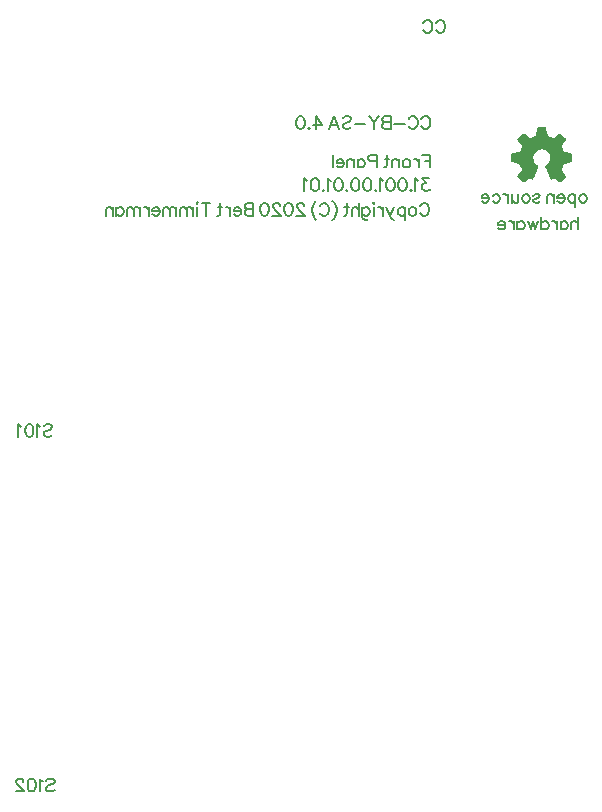
<source format=gbo>
G04 start of page 10 for group -4078 idx -4078 *
G04 Title: 31.001.00.01.01.pcb, bottomsilk *
G04 Creator: pcb 4.2.1 *
G04 CreationDate: Wed Dec 23 16:06:14 2020 UTC *
G04 For: bert *
G04 Format: Gerber/RS-274X *
G04 PCB-Dimensions (mil): 3937.01 5905.51 *
G04 PCB-Coordinate-Origin: lower left *
%MOIN*%
%FSLAX25Y25*%
%LNGBO*%
%ADD86C,0.0046*%
%ADD85C,0.0047*%
%ADD84C,0.0040*%
%ADD83C,0.0046*%
%ADD82C,0.0048*%
%ADD81C,0.0041*%
%ADD80C,0.0041*%
%ADD79C,0.0041*%
%ADD78C,0.0042*%
%ADD77C,0.0042*%
%ADD76C,0.0042*%
%ADD75C,0.0041*%
%ADD74C,0.0043*%
%ADD73C,0.0042*%
%ADD72C,0.0041*%
%ADD71C,0.0042*%
%ADD70C,0.0041*%
%ADD69C,0.0041*%
%ADD68C,0.0041*%
%ADD67C,0.0046*%
%ADD66C,0.0047*%
%ADD65C,0.0043*%
%ADD64C,0.0044*%
%ADD63C,0.0044*%
%ADD62C,0.0043*%
%ADD61C,0.0045*%
%ADD60C,0.0045*%
%ADD59C,0.0045*%
%ADD58C,0.0045*%
%ADD57C,0.0044*%
%ADD56C,0.0043*%
%ADD55C,0.0043*%
%ADD54C,0.0042*%
%ADD53C,0.0043*%
%ADD52C,0.0044*%
%ADD51C,0.0044*%
%ADD50C,0.0044*%
%ADD49C,0.0044*%
%ADD48C,0.0044*%
%ADD47C,0.0044*%
%ADD46C,0.0043*%
%ADD45C,0.0043*%
%ADD44C,0.0043*%
%ADD43C,0.0043*%
%ADD42C,0.0042*%
%ADD41C,0.0042*%
%ADD40C,0.0042*%
%ADD39C,0.0049*%
%ADD38C,0.0080*%
%ADD37C,0.0001*%
G54D37*G36*
X197304Y523131D02*X199881D01*
X199964Y523098D01*
X200011Y523022D01*
X200060Y522783D01*
X200104Y522561D01*
X200495Y520430D01*
X200542Y520342D01*
X200625Y520283D01*
X200728Y520239D01*
X201518Y519969D01*
X202268Y519611D01*
X202274D01*
X202361Y519572D01*
X202458Y519559D01*
X202556Y519589D01*
X204329Y520809D01*
X204520Y520933D01*
X204721Y521070D01*
X204807Y521094D01*
X204889Y521059D01*
X205220Y520728D01*
X205724Y520228D01*
X205882Y520065D01*
X206381Y519568D01*
X206543Y519411D01*
X206711Y519237D01*
X206750Y519152D01*
X206728Y519063D01*
X206592Y518861D01*
X206463Y518672D01*
X205274Y516935D01*
X205242Y516844D01*
X205257Y516746D01*
X205302Y516648D01*
X205985Y515041D01*
X206022Y514950D01*
X206085Y514872D01*
X206175Y514826D01*
X208214Y514444D01*
X208438Y514402D01*
X208681Y514359D01*
X208756Y514311D01*
X208785Y514228D01*
Y511652D01*
X208756Y511563D01*
X208681Y511515D01*
X208438Y511472D01*
X208214Y511430D01*
X206235Y511061D01*
X206147Y511013D01*
X206093Y510930D01*
X206065Y510870D01*
Y510859D01*
X205350Y509085D01*
X205345Y509074D01*
X205328Y509030D01*
X205311Y508930D01*
X205339Y508835D01*
X206468Y507204D01*
X206592Y507013D01*
X206733Y506811D01*
X206752Y506726D01*
X206711Y506644D01*
X206543Y506465D01*
X206381Y506307D01*
X205063Y504989D01*
X204889Y504822D01*
X204807Y504780D01*
X204721Y504798D01*
X204520Y504941D01*
X204329Y505065D01*
X202735Y506161D01*
X202636Y506191D01*
X202539Y506172D01*
X202208Y505987D01*
X202014Y505878D01*
X201667Y505700D01*
X201582Y505694D01*
X201520Y505755D01*
X201374Y506111D01*
X201286Y506319D01*
X199903Y509676D01*
X199815Y509883D01*
X199718Y510115D01*
X199714Y510211D01*
X199767Y510283D01*
X199990Y510415D01*
X200131Y510522D01*
X200667Y510969D01*
X201082Y511533D01*
X201349Y512191D01*
X201443Y512922D01*
X201385Y513496D01*
X201220Y514031D01*
X200957Y514515D01*
X200608Y514937D01*
X200188Y515287D01*
X199704Y515550D01*
X199170Y515715D01*
X198596Y515774D01*
X198021Y515715D01*
X197486Y515550D01*
X197003Y515287D01*
X196581Y514937D01*
X196233Y514515D01*
X195971Y514031D01*
X195806Y513496D01*
X195747Y512922D01*
X195840Y512191D01*
X196107Y511533D01*
X196521Y510969D01*
X197060Y510522D01*
X197196Y510415D01*
X197418Y510283D01*
X197472Y510211D01*
X197467Y510115D01*
X197370Y509883D01*
X197282Y509676D01*
X195899Y506319D01*
X195813Y506111D01*
X195665Y505755D01*
X195604Y505694D01*
X195520Y505700D01*
X195178Y505878D01*
X194977Y505987D01*
X194646Y506172D01*
X194547Y506191D01*
X194450Y506161D01*
X192856Y505065D01*
X192671Y504941D01*
X192465Y504798D01*
X192378Y504780D01*
X192296Y504822D01*
X192122Y504989D01*
X191965Y505152D01*
X191467Y505650D01*
X191304Y505809D01*
X190804Y506307D01*
X190642Y506465D01*
X190474Y506644D01*
X190435Y506726D01*
X190457Y506811D01*
X190593Y507013D01*
X190724Y507204D01*
X191846Y508835D01*
X191874Y508930D01*
X191857Y509030D01*
X191835Y509091D01*
X191125Y510865D01*
X191092Y510930D01*
X191038Y511013D01*
X190952Y511061D01*
X188971Y511430D01*
X188749Y511472D01*
X188510Y511515D01*
X188431Y511565D01*
X188402Y511652D01*
Y514228D01*
X188431Y514311D01*
X188510Y514359D01*
X188749Y514407D01*
X188971Y514444D01*
X191011Y514826D01*
X191100Y514872D01*
X191163Y514956D01*
X191200Y515041D01*
X191889Y516648D01*
X191928Y516746D01*
X191945Y516844D01*
X191917Y516935D01*
X190724Y518676D01*
X190593Y518861D01*
X190457Y519063D01*
X190435Y519152D01*
X190474Y519237D01*
X190642Y519411D01*
X190804Y519568D01*
X192296Y521059D01*
X192378Y521094D01*
X192465Y521076D01*
X192671Y520939D01*
X192856Y520809D01*
X194629Y519589D01*
X194727Y519561D01*
X194825Y519578D01*
X194911Y519611D01*
X194922Y519615D01*
X195668Y519970D01*
X196458Y520244D01*
X196561Y520283D01*
X196645Y520342D01*
X196690Y520430D01*
X197088Y522561D01*
X197125Y522783D01*
X197174Y523022D01*
X197221Y523098D01*
X197304Y523131D01*
G37*
G54D38*X158817Y506090D02*X161017D01*
X158817D02*X160017Y504490D01*
X159417D02*X160017D01*
X159417D02*X159017Y504290D01*
X158817Y504090D01*
X158617Y503490D01*
Y503090D02*Y503490D01*
Y503090D02*X158817Y502490D01*
X159217Y502090D01*
X159817Y501890D01*
X160417D01*
X161017Y502090D01*
X161217Y502290D01*
X161417Y502690D01*
X157417Y505290D02*X157017Y505490D01*
X156417Y506090D01*
Y501890D02*Y506090D01*
X155017Y502290D02*X155217Y502090D01*
X155017Y501890D01*
X154817Y502090D01*
X155017Y502290D01*
X152417Y506090D02*X153017Y505890D01*
X153417Y505290D01*
X153617Y504290D01*
Y503690D02*Y504290D01*
Y503690D02*X153417Y502690D01*
X153017Y502090D01*
X152417Y501890D01*
X152017D02*X152417D01*
X152017D02*X151417Y502090D01*
X151017Y502690D01*
X150817Y503690D01*
Y504290D01*
X151017Y505290D01*
X151417Y505890D01*
X152017Y506090D01*
X152417D01*
X148417D02*X149017Y505890D01*
X149417Y505290D01*
X149617Y504290D01*
Y503690D02*Y504290D01*
Y503690D02*X149417Y502690D01*
X149017Y502090D01*
X148417Y501890D01*
X148017D02*X148417D01*
X148017D02*X147417Y502090D01*
X147017Y502690D01*
X146817Y503690D01*
Y504290D01*
X147017Y505290D01*
X147417Y505890D01*
X148017Y506090D01*
X148417D01*
X145617Y505290D02*X145217Y505490D01*
X144617Y506090D01*
Y501890D02*Y506090D01*
X143217Y502290D02*X143417Y502090D01*
X143217Y501890D01*
X143017Y502090D01*
X143217Y502290D01*
X140617Y506090D02*X141217Y505890D01*
X141617Y505290D01*
X141817Y504290D01*
Y503690D02*Y504290D01*
Y503690D02*X141617Y502690D01*
X141217Y502090D01*
X140617Y501890D01*
X140217D02*X140617D01*
X140217D02*X139617Y502090D01*
X139217Y502690D01*
X139017Y503690D01*
Y504290D01*
X139217Y505290D01*
X139617Y505890D01*
X140217Y506090D01*
X140617D01*
X136617D02*X137217Y505890D01*
X137617Y505290D01*
X137817Y504290D01*
Y503690D02*Y504290D01*
Y503690D02*X137617Y502690D01*
X137217Y502090D01*
X136617Y501890D01*
X136217D02*X136617D01*
X136217D02*X135617Y502090D01*
X135217Y502690D01*
X135017Y503690D01*
Y504290D01*
X135217Y505290D01*
X135617Y505890D01*
X136217Y506090D01*
X136617D01*
X133616Y502290D02*X133816Y502090D01*
X133616Y501890D01*
X133416Y502090D01*
X133616Y502290D01*
X131016Y506090D02*X131616Y505890D01*
X132016Y505290D01*
X132216Y504290D01*
Y503690D02*Y504290D01*
Y503690D02*X132016Y502690D01*
X131616Y502090D01*
X131016Y501890D01*
X130616D02*X131016D01*
X130616D02*X130016Y502090D01*
X129616Y502690D01*
X129416Y503690D01*
Y504290D01*
X129616Y505290D01*
X130016Y505890D01*
X130616Y506090D01*
X131016D01*
X128216Y505290D02*X127816Y505490D01*
X127216Y506090D01*
Y501890D02*Y506090D01*
X125816Y502290D02*X126016Y502090D01*
X125816Y501890D01*
X125616Y502090D01*
X125816Y502290D01*
X123216Y506090D02*X123816Y505890D01*
X124216Y505290D01*
X124416Y504290D01*
Y503690D02*Y504290D01*
Y503690D02*X124216Y502690D01*
X123816Y502090D01*
X123216Y501890D01*
X122816D02*X123216D01*
X122816D02*X122216Y502090D01*
X121816Y502690D01*
X121616Y503690D01*
Y504290D01*
X121816Y505290D01*
X122216Y505890D01*
X122816Y506090D01*
X123216D01*
X120416Y505290D02*X120016Y505490D01*
X119416Y506090D01*
Y501890D02*Y506090D01*
X157980Y496932D02*X158180Y497332D01*
X158580Y497732D01*
X158980Y497932D01*
X159780D01*
X160180Y497732D01*
X160580Y497332D01*
X160780Y496932D01*
X160980Y496332D01*
Y495332D02*Y496332D01*
Y495332D02*X160780Y494732D01*
X160580Y494332D01*
X160180Y493932D01*
X159780Y493732D01*
X158980D02*X159780D01*
X158980D02*X158580Y493932D01*
X158180Y494332D01*
X157980Y494732D01*
X155780Y496532D02*X156180Y496332D01*
X156580Y495932D01*
X156780Y495332D01*
Y494932D02*Y495332D01*
Y494932D02*X156580Y494332D01*
X156180Y493932D01*
X155780Y493732D01*
X155180D02*X155780D01*
X155180D02*X154780Y493932D01*
X154380Y494332D01*
X154180Y494932D01*
Y495332D01*
X154380Y495932D01*
X154780Y496332D01*
X155180Y496532D01*
X155780D01*
X152980Y492332D02*Y496532D01*
Y495932D02*X152580Y496332D01*
X152180Y496532D01*
X151580D02*X152180D01*
X151580D02*X151180Y496332D01*
X150780Y495932D01*
X150580Y495332D01*
Y494932D02*Y495332D01*
Y494932D02*X150780Y494332D01*
X151180Y493932D01*
X151580Y493732D01*
X152180D01*
X152580Y493932D01*
X152980Y494332D01*
X149180Y496532D02*X147980Y493732D01*
X146780Y496532D02*X147980Y493732D01*
X148380Y492932D01*
X148780Y492532D01*
X149180Y492332D01*
X149380D01*
X145580Y493732D02*Y496532D01*
Y495332D02*X145380Y495932D01*
X144980Y496332D01*
X144580Y496532D01*
X143980D02*X144580D01*
X142780Y497932D02*X142580Y497732D01*
X142380Y497932D01*
X142580Y498132D01*
X142780Y497932D01*
X142580Y493732D02*Y496532D01*
X138780Y493332D02*Y496532D01*
Y493332D02*X138980Y492732D01*
X139180Y492532D01*
X139580Y492332D01*
X140180D01*
X140580Y492532D01*
X138780Y495932D02*X139180Y496332D01*
X139580Y496532D01*
X140180D01*
X140580Y496332D01*
X140980Y495932D01*
X141180Y495332D01*
Y494932D02*Y495332D01*
Y494932D02*X140980Y494332D01*
X140580Y493932D01*
X140180Y493732D01*
X139580D02*X140180D01*
X139580D02*X139180Y493932D01*
X138780Y494332D01*
X137580Y493732D02*Y497932D01*
Y495732D02*X136980Y496332D01*
X136580Y496532D01*
X135980D02*X136580D01*
X135980D02*X135580Y496332D01*
X135380Y495732D01*
Y493732D02*Y495732D01*
X133580Y494532D02*Y497932D01*
Y494532D02*X133380Y493932D01*
X132980Y493732D01*
X132580D02*X132980D01*
X132780Y496532D02*X134180D01*
X128780Y498732D02*X129180Y498332D01*
X129580Y497732D01*
X129980Y496932D01*
X130180Y495932D01*
Y495132D02*Y495932D01*
Y495132D02*X129980Y494132D01*
X129580Y493332D01*
X129180Y492732D01*
X128780Y492332D01*
X124580Y496932D02*X124780Y497332D01*
X125180Y497732D01*
X125580Y497932D01*
X126380D01*
X126780Y497732D01*
X127180Y497332D01*
X127380Y496932D01*
X127580Y496332D01*
Y495332D02*Y496332D01*
Y495332D02*X127380Y494732D01*
X127180Y494332D01*
X126780Y493932D01*
X126380Y493732D01*
X125580D02*X126380D01*
X125580D02*X125180Y493932D01*
X124780Y494332D01*
X124580Y494732D01*
X123380Y498732D02*X122980Y498332D01*
X122580Y497732D01*
X122180Y496932D01*
X121980Y495932D01*
Y495132D02*Y495932D01*
Y495132D02*X122180Y494132D01*
X122580Y493332D01*
X122980Y492732D01*
X123380Y492332D01*
X119380Y496932D02*Y497132D01*
X119180Y497532D01*
X118980Y497732D01*
X118580Y497932D01*
X117780D02*X118580D01*
X117780D02*X117380Y497732D01*
X117180Y497532D01*
X116980Y497132D01*
Y496732D02*Y497132D01*
Y496732D02*X117180Y496332D01*
X117580Y495732D01*
X119580Y493732D01*
X116780D02*X119580D01*
X114380Y497932D02*X114980Y497732D01*
X115380Y497132D01*
X115580Y496132D01*
Y495532D02*Y496132D01*
Y495532D02*X115380Y494532D01*
X114980Y493932D01*
X114380Y493732D01*
X113980D02*X114380D01*
X113980D02*X113380Y493932D01*
X112980Y494532D01*
X112780Y495532D01*
Y496132D01*
X112980Y497132D01*
X113380Y497732D01*
X113980Y497932D01*
X114380D01*
X111380Y496932D02*Y497132D01*
X111180Y497532D01*
X110980Y497732D01*
X110580Y497932D01*
X109780D02*X110580D01*
X109780D02*X109380Y497732D01*
X109180Y497532D01*
X108980Y497132D01*
Y496732D02*Y497132D01*
Y496732D02*X109180Y496332D01*
X109580Y495732D01*
X111580Y493732D01*
X108780D02*X111580D01*
X106380Y497932D02*X106980Y497732D01*
X107380Y497132D01*
X107580Y496132D01*
Y495532D02*Y496132D01*
Y495532D02*X107380Y494532D01*
X106980Y493932D01*
X106380Y493732D01*
X105980D02*X106380D01*
X105980D02*X105380Y493932D01*
X104980Y494532D01*
X104780Y495532D01*
Y496132D01*
X104980Y497132D01*
X105380Y497732D01*
X105980Y497932D01*
X106380D01*
X102380Y493732D02*Y497932D01*
X100580D02*X102380D01*
X100580D02*X99980Y497732D01*
X99780Y497532D01*
X99580Y497132D01*
Y496732D02*Y497132D01*
Y496732D02*X99780Y496332D01*
X99980Y496132D01*
X100580Y495932D01*
X102380D01*
X100580D02*X99980Y495732D01*
X99780Y495532D01*
X99580Y495132D01*
Y494532D02*Y495132D01*
Y494532D02*X99780Y494132D01*
X99980Y493932D01*
X100580Y493732D01*
X102380D01*
X95980Y495332D02*X98380D01*
X95980D02*Y495732D01*
X96180Y496132D01*
X96380Y496332D01*
X96780Y496532D01*
X97380D01*
X97780Y496332D01*
X98180Y495932D01*
X98380Y495332D01*
Y494932D02*Y495332D01*
Y494932D02*X98180Y494332D01*
X97780Y493932D01*
X97380Y493732D01*
X96780D02*X97380D01*
X96780D02*X96380Y493932D01*
X95980Y494332D01*
X94780Y493732D02*Y496532D01*
Y495332D02*X94580Y495932D01*
X94180Y496332D01*
X93780Y496532D01*
X93180D02*X93780D01*
X91380Y494532D02*Y497932D01*
Y494532D02*X91180Y493932D01*
X90780Y493732D01*
X90380D02*X90780D01*
X90580Y496532D02*X91980D01*
X86580Y493732D02*Y497932D01*
X85180D02*X87980D01*
X83980D02*X83780Y497732D01*
X83580Y497932D01*
X83780Y498132D01*
X83980Y497932D01*
X83780Y493732D02*Y496532D01*
X82380Y493732D02*Y496532D01*
Y495732D02*X81780Y496332D01*
X81380Y496532D01*
X80780D02*X81380D01*
X80780D02*X80380Y496332D01*
X80180Y495732D01*
Y493732D02*Y495732D01*
X79580Y496332D01*
X79180Y496532D01*
X78580D02*X79180D01*
X78580D02*X78180Y496332D01*
X77980Y495732D01*
Y493732D02*Y495732D01*
X76780Y493732D02*Y496532D01*
Y495732D02*X76180Y496332D01*
X75780Y496532D01*
X75180D02*X75780D01*
X75180D02*X74780Y496332D01*
X74580Y495732D01*
Y493732D02*Y495732D01*
X73980Y496332D01*
X73580Y496532D01*
X72980D02*X73580D01*
X72980D02*X72580Y496332D01*
X72380Y495732D01*
Y493732D02*Y495732D01*
X68780Y495332D02*X71180D01*
X68780D02*Y495732D01*
X68980Y496132D01*
X69180Y496332D01*
X69580Y496532D01*
X70180D01*
X70580Y496332D01*
X70980Y495932D01*
X71180Y495332D01*
Y494932D02*Y495332D01*
Y494932D02*X70980Y494332D01*
X70580Y493932D01*
X70180Y493732D01*
X69580D02*X70180D01*
X69580D02*X69180Y493932D01*
X68780Y494332D01*
X67580Y493732D02*Y496532D01*
Y495332D02*X67380Y495932D01*
X66980Y496332D01*
X66580Y496532D01*
X65980D02*X66580D01*
X64780Y493732D02*Y496532D01*
Y495732D02*X64180Y496332D01*
X63780Y496532D01*
X63180D02*X63780D01*
X63180D02*X62780Y496332D01*
X62580Y495732D01*
Y493732D02*Y495732D01*
X61980Y496332D01*
X61580Y496532D01*
X60980D02*X61580D01*
X60980D02*X60580Y496332D01*
X60380Y495732D01*
Y493732D02*Y495732D01*
X56780Y493732D02*Y496532D01*
Y495932D02*X57180Y496332D01*
X57580Y496532D01*
X58180D01*
X58580Y496332D01*
X58980Y495932D01*
X59180Y495332D01*
Y494932D02*Y495332D01*
Y494932D02*X58980Y494332D01*
X58580Y493932D01*
X58180Y493732D01*
X57580D02*X58180D01*
X57580D02*X57180Y493932D01*
X56780Y494332D01*
X55580Y493732D02*Y496532D01*
Y495732D02*X54980Y496332D01*
X54580Y496532D01*
X53980D02*X54580D01*
X53980D02*X53580Y496332D01*
X53380Y495732D01*
Y493732D02*Y495732D01*
X212583Y500753D02*X212983Y500553D01*
X213383Y500153D01*
X213583Y499553D01*
Y499153D02*Y499553D01*
Y499153D02*X213383Y498553D01*
X212983Y498153D01*
X212583Y497953D01*
X211983D02*X212583D01*
X211983D02*X211583Y498153D01*
X211183Y498553D01*
X210983Y499153D01*
Y499553D01*
X211183Y500153D01*
X211583Y500553D01*
X211983Y500753D01*
X212583D01*
X209783Y496553D02*Y500753D01*
Y500153D02*X209383Y500553D01*
X208983Y500753D01*
X208383D02*X208983D01*
X208383D02*X207983Y500553D01*
X207583Y500153D01*
X207383Y499553D01*
Y499153D02*Y499553D01*
Y499153D02*X207583Y498553D01*
X207983Y498153D01*
X208383Y497953D01*
X208983D01*
X209383Y498153D01*
X209783Y498553D01*
X203783Y499553D02*X206183D01*
X203783D02*Y499953D01*
X203983Y500353D01*
X204183Y500553D01*
X204583Y500753D01*
X205183D01*
X205583Y500553D01*
X205983Y500153D01*
X206183Y499553D01*
Y499153D02*Y499553D01*
Y499153D02*X205983Y498553D01*
X205583Y498153D01*
X205183Y497953D01*
X204583D02*X205183D01*
X204583D02*X204183Y498153D01*
X203783Y498553D01*
X202583Y497953D02*Y500753D01*
Y499953D02*X201983Y500553D01*
X201583Y500753D01*
X200983D02*X201583D01*
X200983D02*X200583Y500553D01*
X200383Y499953D01*
Y497953D02*Y499953D01*
X195783Y500153D02*X195983Y500553D01*
X196583Y500753D01*
X197183D01*
X197783Y500553D01*
X197983Y500153D01*
X197783Y499753D01*
X197383Y499553D01*
X196383Y499353D01*
X195983Y499153D01*
X195783Y498753D01*
Y498553D02*Y498753D01*
Y498553D02*X195983Y498153D01*
X196583Y497953D01*
X197183D01*
X197783Y498153D01*
X197983Y498553D01*
X193583Y500753D02*X193983Y500553D01*
X194383Y500153D01*
X194583Y499553D01*
Y499153D02*Y499553D01*
Y499153D02*X194383Y498553D01*
X193983Y498153D01*
X193583Y497953D01*
X192983D02*X193583D01*
X192983D02*X192583Y498153D01*
X192183Y498553D01*
X191983Y499153D01*
Y499553D01*
X192183Y500153D01*
X192583Y500553D01*
X192983Y500753D01*
X193583D01*
X190783Y498753D02*Y500753D01*
Y498753D02*X190583Y498153D01*
X190183Y497953D01*
X189583D02*X190183D01*
X189583D02*X189183Y498153D01*
X188583Y498753D01*
Y497953D02*Y500753D01*
X187383Y497953D02*Y500753D01*
Y499553D02*X187183Y500153D01*
X186783Y500553D01*
X186383Y500753D01*
X185783D02*X186383D01*
X182183Y500153D02*X182583Y500553D01*
X182983Y500753D01*
X183583D01*
X183983Y500553D01*
X184383Y500153D01*
X184583Y499553D01*
Y499153D02*Y499553D01*
Y499153D02*X184383Y498553D01*
X183983Y498153D01*
X183583Y497953D01*
X182983D02*X183583D01*
X182983D02*X182583Y498153D01*
X182183Y498553D01*
X178583Y499553D02*X180983D01*
X178583D02*Y499953D01*
X178783Y500353D01*
X178983Y500553D01*
X179383Y500753D01*
X179983D01*
X180383Y500553D01*
X180783Y500153D01*
X180983Y499553D01*
Y499153D02*Y499553D01*
Y499153D02*X180783Y498553D01*
X180383Y498153D01*
X179983Y497953D01*
X179383D02*X179983D01*
X179383D02*X178983Y498153D01*
X178583Y498553D01*
X210630Y489094D02*Y493294D01*
Y491094D02*X210030Y491694D01*
X209630Y491894D01*
X209030D02*X209630D01*
X209030D02*X208630Y491694D01*
X208430Y491094D01*
Y489094D02*Y491094D01*
X204830Y489094D02*Y491894D01*
Y491294D02*X205230Y491694D01*
X205630Y491894D01*
X206230D01*
X206630Y491694D01*
X207030Y491294D01*
X207230Y490694D01*
Y490294D02*Y490694D01*
Y490294D02*X207030Y489694D01*
X206630Y489294D01*
X206230Y489094D01*
X205630D02*X206230D01*
X205630D02*X205230Y489294D01*
X204830Y489694D01*
X203630Y489094D02*Y491894D01*
Y490694D02*X203430Y491294D01*
X203030Y491694D01*
X202630Y491894D01*
X202030D02*X202630D01*
X198430Y489094D02*Y493294D01*
Y491294D02*X198830Y491694D01*
X199230Y491894D01*
X199830D01*
X200230Y491694D01*
X200630Y491294D01*
X200830Y490694D01*
Y490294D02*Y490694D01*
Y490294D02*X200630Y489694D01*
X200230Y489294D01*
X199830Y489094D01*
X199230D02*X199830D01*
X199230D02*X198830Y489294D01*
X198430Y489694D01*
X197230Y491894D02*X196430Y489094D01*
X195630Y491894D02*X196430Y489094D01*
X195630Y491894D02*X194830Y489094D01*
X194030Y491894D02*X194830Y489094D01*
X190430D02*Y491894D01*
Y491294D02*X190830Y491694D01*
X191230Y491894D01*
X191830D01*
X192230Y491694D01*
X192630Y491294D01*
X192830Y490694D01*
Y490294D02*Y490694D01*
Y490294D02*X192630Y489694D01*
X192230Y489294D01*
X191830Y489094D01*
X191230D02*X191830D01*
X191230D02*X190830Y489294D01*
X190430Y489694D01*
X189230Y489094D02*Y491894D01*
Y490694D02*X189030Y491294D01*
X188630Y491694D01*
X188230Y491894D01*
X187630D02*X188230D01*
X184030Y490694D02*X186430D01*
X184030D02*Y491094D01*
X184230Y491494D01*
X184430Y491694D01*
X184830Y491894D01*
X185430D01*
X185830Y491694D01*
X186230Y491294D01*
X186430Y490694D01*
Y490294D02*Y490694D01*
Y490294D02*X186230Y489694D01*
X185830Y489294D01*
X185430Y489094D01*
X184830D02*X185430D01*
X184830D02*X184430Y489294D01*
X184030Y489694D01*
X161417Y509764D02*Y513964D01*
X158817D02*X161417D01*
X159817Y511964D02*X161417D01*
X157617Y509764D02*Y512564D01*
Y511364D02*X157417Y511964D01*
X157017Y512364D01*
X156617Y512564D01*
X156017D02*X156617D01*
X153817D02*X154217Y512364D01*
X154617Y511964D01*
X154817Y511364D01*
Y510964D02*Y511364D01*
Y510964D02*X154617Y510364D01*
X154217Y509964D01*
X153817Y509764D01*
X153217D02*X153817D01*
X153217D02*X152817Y509964D01*
X152417Y510364D01*
X152217Y510964D01*
Y511364D01*
X152417Y511964D01*
X152817Y512364D01*
X153217Y512564D01*
X153817D01*
X151017Y509764D02*Y512564D01*
Y511764D02*X150417Y512364D01*
X150017Y512564D01*
X149417D02*X150017D01*
X149417D02*X149017Y512364D01*
X148817Y511764D01*
Y509764D02*Y511764D01*
X147017Y510564D02*Y513964D01*
Y510564D02*X146817Y509964D01*
X146417Y509764D01*
X146017D02*X146417D01*
X146217Y512564D02*X147617D01*
X143617Y509764D02*Y513964D01*
X141817D02*X143617D01*
X141817D02*X141217Y513764D01*
X141017Y513564D01*
X140817Y513164D01*
Y512564D02*Y513164D01*
Y512564D02*X141017Y512164D01*
X141217Y511964D01*
X141817Y511764D01*
X143617D01*
X137217Y509764D02*Y512564D01*
Y511964D02*X137617Y512364D01*
X138017Y512564D01*
X138617D01*
X139017Y512364D01*
X139417Y511964D01*
X139617Y511364D01*
Y510964D02*Y511364D01*
Y510964D02*X139417Y510364D01*
X139017Y509964D01*
X138617Y509764D01*
X138017D02*X138617D01*
X138017D02*X137617Y509964D01*
X137217Y510364D01*
X136017Y509764D02*Y512564D01*
Y511764D02*X135417Y512364D01*
X135017Y512564D01*
X134417D02*X135017D01*
X134417D02*X134017Y512364D01*
X133817Y511764D01*
Y509764D02*Y511764D01*
X130217Y511364D02*X132617D01*
X130217D02*Y511764D01*
X130417Y512164D01*
X130617Y512364D01*
X131017Y512564D01*
X131617D01*
X132017Y512364D01*
X132417Y511964D01*
X132617Y511364D01*
Y510964D02*Y511364D01*
Y510964D02*X132417Y510364D01*
X132017Y509964D01*
X131617Y509764D01*
X131017D02*X131617D01*
X131017D02*X130617Y509964D01*
X130217Y510364D01*
X129017Y509764D02*Y513964D01*
X158417Y525759D02*X158617Y526159D01*
X159017Y526559D01*
X159417Y526759D01*
X160217D01*
X160617Y526559D01*
X161017Y526159D01*
X161217Y525759D01*
X161417Y525159D01*
Y524159D02*Y525159D01*
Y524159D02*X161217Y523559D01*
X161017Y523159D01*
X160617Y522759D01*
X160217Y522559D01*
X159417D02*X160217D01*
X159417D02*X159017Y522759D01*
X158617Y523159D01*
X158417Y523559D01*
X154217Y525759D02*X154417Y526159D01*
X154817Y526559D01*
X155217Y526759D01*
X156017D01*
X156417Y526559D01*
X156817Y526159D01*
X157017Y525759D01*
X157217Y525159D01*
Y524159D02*Y525159D01*
Y524159D02*X157017Y523559D01*
X156817Y523159D01*
X156417Y522759D01*
X156017Y522559D01*
X155217D02*X156017D01*
X155217D02*X154817Y522759D01*
X154417Y523159D01*
X154217Y523559D01*
X149417Y524359D02*X153017D01*
X148217Y522559D02*Y526759D01*
X146417D02*X148217D01*
X146417D02*X145817Y526559D01*
X145617Y526359D01*
X145417Y525959D01*
Y525559D02*Y525959D01*
Y525559D02*X145617Y525159D01*
X145817Y524959D01*
X146417Y524759D01*
X148217D01*
X146417D02*X145817Y524559D01*
X145617Y524359D01*
X145417Y523959D01*
Y523359D02*Y523959D01*
Y523359D02*X145617Y522959D01*
X145817Y522759D01*
X146417Y522559D01*
X148217D01*
X144217Y526759D02*X142617Y524759D01*
Y522559D02*Y524759D01*
X141017Y526759D02*X142617Y524759D01*
X136217Y524359D02*X139817D01*
X132217Y526159D02*X132617Y526559D01*
X133217Y526759D01*
X134017D01*
X134617Y526559D01*
X135017Y526159D01*
Y525759D02*Y526159D01*
Y525759D02*X134817Y525359D01*
X134617Y525159D01*
X134217Y524959D01*
X133017Y524559D01*
X132617Y524359D01*
X132417Y524159D01*
X132217Y523759D01*
Y523159D02*Y523759D01*
Y523159D02*X132617Y522759D01*
X133217Y522559D01*
X134017D01*
X134617Y522759D01*
X135017Y523159D01*
X129417Y526759D02*X131017Y522559D01*
X129417Y526759D02*X127817Y522559D01*
X128417Y523959D02*X130417D01*
X123417Y526759D02*X125417Y523959D01*
X122417D02*X125417D01*
X123417Y522559D02*Y526759D01*
X121017Y522959D02*X121217Y522759D01*
X121017Y522559D01*
X120817Y522759D01*
X121017Y522959D01*
X118417Y526759D02*X119017Y526559D01*
X119417Y525959D01*
X119617Y524959D01*
Y524359D02*Y524959D01*
Y524359D02*X119417Y523359D01*
X119017Y522759D01*
X118417Y522559D01*
X118017D02*X118417D01*
X118017D02*X117417Y522759D01*
X117017Y523359D01*
X116817Y524359D01*
Y524959D01*
X117017Y525959D01*
X117417Y526559D01*
X118017Y526759D01*
X118417D01*
G54D39*X162156Y546506D03*
Y531743D03*
G54D40*X161664Y545522D03*
G54D41*Y545030D03*
G54D42*Y544538D03*
G54D43*Y544046D03*
G54D44*Y543554D03*
G54D45*Y543061D03*
G54D46*Y542569D03*
G54D47*Y542077D03*
G54D48*Y541585D03*
G54D49*Y541093D03*
G54D50*Y540601D03*
G54D51*Y540109D03*
G54D52*Y539617D03*
Y539124D03*
G54D51*Y538632D03*
G54D50*Y538140D03*
G54D49*Y537648D03*
G54D48*Y537156D03*
G54D53*Y536664D03*
G54D46*Y536172D03*
G54D40*X161172Y546014D03*
G54D41*Y545522D03*
G54D54*Y545030D03*
G54D55*Y544538D03*
G54D56*Y544046D03*
G54D46*Y543554D03*
G54D47*Y543061D03*
G54D48*Y542569D03*
G54D51*Y542077D03*
G54D57*Y541585D03*
G54D58*Y541093D03*
G54D59*Y540601D03*
G54D60*Y540109D03*
G54D61*Y539617D03*
Y539124D03*
G54D60*Y538632D03*
G54D59*Y538140D03*
G54D58*Y537648D03*
G54D57*Y537156D03*
G54D51*Y536664D03*
G54D48*Y536172D03*
G54D41*X160680Y546014D03*
G54D54*Y545522D03*
G54D55*Y545030D03*
G54D45*Y544538D03*
G54D62*Y544046D03*
G54D63*Y543554D03*
G54D50*Y543061D03*
G54D64*Y542569D03*
G54D59*Y542077D03*
Y536664D03*
G54D64*Y536172D03*
G54D50*Y535680D03*
G54D42*X160188Y546014D03*
G54D55*Y545522D03*
G54D45*Y545030D03*
G54D62*Y544538D03*
G54D48*Y544046D03*
G54D52*Y543554D03*
G54D58*Y543061D03*
Y535680D03*
G54D51*Y535187D03*
G54D43*X159696Y546014D03*
G54D56*Y545522D03*
G54D62*Y545030D03*
G54D48*Y544538D03*
G54D52*Y544046D03*
G54D59*Y543554D03*
G54D65*Y539617D03*
Y539124D03*
G54D59*Y535187D03*
G54D52*Y534695D03*
G54D44*X159204Y546014D03*
G54D46*Y545522D03*
G54D63*Y545030D03*
G54D52*Y544538D03*
G54D59*Y544046D03*
G54D66*Y541093D03*
G54D39*Y540601D03*
Y540109D03*
Y539617D03*
Y539124D03*
Y538632D03*
Y538140D03*
Y537648D03*
G54D59*Y534695D03*
G54D51*Y534203D03*
G54D45*X158712Y546014D03*
G54D47*Y545522D03*
G54D50*Y545030D03*
G54D58*Y544538D03*
G54D52*Y542077D03*
G54D39*Y541585D03*
Y541093D03*
Y540601D03*
Y540109D03*
Y539617D03*
Y539124D03*
Y538632D03*
Y538140D03*
Y537648D03*
Y537156D03*
G54D67*Y536664D03*
G54D58*Y534203D03*
G54D50*Y533711D03*
G54D46*X158219Y546014D03*
G54D49*Y545522D03*
G54D64*Y545030D03*
G54D66*Y542569D03*
G54D39*Y542077D03*
Y541585D03*
Y541093D03*
G54D65*Y540601D03*
G54D68*Y538140D03*
G54D39*Y537648D03*
Y537156D03*
Y536664D03*
G54D66*Y536172D03*
G54D64*Y533711D03*
G54D69*Y533219D03*
G54D47*X157727Y546014D03*
G54D51*Y545522D03*
G54D59*Y545030D03*
G54D67*Y543061D03*
G54D39*Y542569D03*
Y542077D03*
Y541585D03*
G54D65*Y541093D03*
Y537648D03*
G54D39*Y537156D03*
Y536664D03*
Y536172D03*
G54D52*Y535680D03*
G54D59*Y533711D03*
G54D51*Y533219D03*
G54D48*X157235Y546014D03*
G54D64*Y545522D03*
G54D39*Y543061D03*
Y542569D03*
Y542077D03*
Y541585D03*
Y537156D03*
Y536664D03*
Y536172D03*
Y535680D03*
G54D57*Y533219D03*
G54D49*X156743Y546014D03*
G54D58*Y545522D03*
G54D66*Y543554D03*
G54D39*Y543061D03*
Y542569D03*
Y542077D03*
Y541585D03*
G54D67*Y540109D03*
G54D39*Y539617D03*
Y539124D03*
G54D66*Y538632D03*
G54D39*Y537156D03*
Y536664D03*
Y536172D03*
Y535680D03*
G54D66*Y535187D03*
G54D58*Y533219D03*
G54D65*Y532727D03*
G54D50*X156251Y546014D03*
G54D59*Y545522D03*
G54D39*Y543554D03*
Y543061D03*
Y542569D03*
Y542077D03*
Y541585D03*
G54D65*Y540109D03*
G54D39*Y539617D03*
Y539124D03*
G54D52*Y538632D03*
G54D39*Y537156D03*
Y536664D03*
Y536172D03*
Y535680D03*
Y535187D03*
G54D59*Y533219D03*
G54D50*Y532727D03*
G54D51*X155759Y546014D03*
G54D60*Y545522D03*
G54D39*Y543554D03*
Y543061D03*
Y542569D03*
Y542077D03*
Y541585D03*
Y539617D03*
Y539124D03*
Y537156D03*
Y536664D03*
Y536172D03*
Y535680D03*
Y535187D03*
G54D60*Y533219D03*
G54D51*Y532727D03*
G54D52*X155267Y546014D03*
G54D61*Y545522D03*
G54D65*Y544046D03*
G54D39*Y543554D03*
Y543061D03*
Y542569D03*
Y542077D03*
Y541585D03*
Y541093D03*
Y539617D03*
Y539124D03*
Y537648D03*
Y537156D03*
Y536664D03*
Y536172D03*
Y535680D03*
Y535187D03*
G54D65*Y534695D03*
G54D61*Y533219D03*
G54D52*Y532727D03*
X154775Y546014D03*
G54D61*Y545522D03*
G54D65*Y544046D03*
G54D39*Y543554D03*
Y543061D03*
Y542569D03*
Y542077D03*
Y541585D03*
Y541093D03*
G54D68*Y540601D03*
Y538140D03*
G54D39*Y537648D03*
Y537156D03*
Y536664D03*
Y536172D03*
Y535680D03*
Y535187D03*
G54D65*Y534695D03*
G54D61*Y533219D03*
G54D52*Y532727D03*
G54D51*X154282Y546014D03*
G54D60*Y545522D03*
G54D39*Y543554D03*
Y543061D03*
Y542569D03*
Y542077D03*
Y541585D03*
G54D65*Y541093D03*
G54D68*Y537648D03*
G54D39*Y537156D03*
Y536664D03*
Y536172D03*
Y535680D03*
Y535187D03*
G54D60*Y533219D03*
G54D51*Y532727D03*
X153790Y546014D03*
G54D59*Y545522D03*
G54D39*Y543554D03*
Y543061D03*
Y542569D03*
Y542077D03*
Y541585D03*
Y537156D03*
Y536664D03*
Y536172D03*
Y535680D03*
Y535187D03*
G54D59*Y533219D03*
G54D50*Y532727D03*
G54D49*X153298Y546014D03*
G54D58*Y545522D03*
G54D39*Y543554D03*
Y543061D03*
Y542569D03*
Y542077D03*
Y541585D03*
G54D67*Y540109D03*
G54D39*Y539617D03*
Y539124D03*
G54D66*Y538632D03*
G54D39*Y537156D03*
Y536664D03*
Y536172D03*
Y535680D03*
G54D66*Y535187D03*
G54D58*Y533219D03*
G54D65*Y532727D03*
G54D48*X152806Y546014D03*
G54D64*Y545522D03*
G54D39*Y543061D03*
Y542569D03*
Y542077D03*
Y541585D03*
G54D68*Y540109D03*
G54D39*Y539617D03*
Y539124D03*
G54D52*Y538632D03*
G54D39*Y537156D03*
Y536664D03*
Y536172D03*
Y535680D03*
G54D64*Y533219D03*
G54D47*X152314Y546014D03*
G54D51*Y545522D03*
G54D59*Y545030D03*
G54D66*Y543061D03*
G54D39*Y542569D03*
Y542077D03*
Y541585D03*
Y539617D03*
Y539124D03*
Y537156D03*
Y536664D03*
Y536172D03*
G54D67*Y535680D03*
G54D59*Y533711D03*
G54D51*Y533219D03*
G54D62*X151822Y546014D03*
G54D49*Y545522D03*
G54D64*Y545030D03*
G54D66*Y542569D03*
G54D39*Y542077D03*
Y541585D03*
Y541093D03*
Y539617D03*
Y539124D03*
Y537648D03*
Y537156D03*
Y536664D03*
G54D66*Y536172D03*
G54D64*Y533711D03*
G54D70*Y533219D03*
G54D45*X151330Y546014D03*
G54D47*Y545522D03*
G54D51*Y545030D03*
G54D58*Y544538D03*
G54D66*Y542077D03*
G54D39*Y541585D03*
Y541093D03*
Y540601D03*
Y540109D03*
Y539617D03*
Y539124D03*
Y538632D03*
Y538140D03*
Y537648D03*
Y537156D03*
G54D66*Y536664D03*
G54D58*Y534203D03*
G54D50*Y533711D03*
G54D44*X150838Y546014D03*
G54D46*Y545522D03*
G54D48*Y545030D03*
G54D52*Y544538D03*
G54D46*Y544046D03*
G54D39*Y541093D03*
Y540601D03*
Y540109D03*
Y539617D03*
Y539124D03*
Y538632D03*
Y538140D03*
Y537648D03*
G54D59*Y534695D03*
G54D52*Y534203D03*
G54D43*X150345Y546014D03*
G54D45*Y545522D03*
G54D62*Y545030D03*
G54D49*Y544538D03*
G54D57*Y544046D03*
G54D46*Y543554D03*
G54D65*Y539617D03*
Y539124D03*
G54D59*Y535187D03*
G54D57*Y534695D03*
G54D42*X149853Y546014D03*
G54D55*Y545522D03*
G54D45*Y545030D03*
G54D53*Y544538D03*
G54D49*Y544046D03*
G54D52*Y543554D03*
G54D58*Y543061D03*
Y535680D03*
G54D52*Y535187D03*
G54D41*X149361Y546014D03*
G54D54*Y545522D03*
G54D55*Y545030D03*
G54D45*Y544538D03*
G54D62*Y544046D03*
G54D48*Y543554D03*
G54D51*Y543061D03*
G54D64*Y542569D03*
G54D59*Y542077D03*
Y536664D03*
G54D64*Y536172D03*
G54D50*Y535680D03*
G54D40*X148869Y546014D03*
G54D41*Y545522D03*
G54D54*Y545030D03*
G54D55*Y544538D03*
G54D45*Y544046D03*
G54D46*Y543554D03*
G54D47*Y543061D03*
G54D49*Y542569D03*
G54D51*Y542077D03*
G54D64*Y541585D03*
G54D58*Y541093D03*
G54D59*Y540601D03*
G54D60*Y540109D03*
G54D61*Y539617D03*
Y539124D03*
G54D60*Y538632D03*
G54D59*Y538140D03*
G54D58*Y537648D03*
G54D64*Y537156D03*
G54D51*Y536664D03*
G54D49*Y536172D03*
G54D71*X148377Y546014D03*
G54D40*Y545522D03*
G54D41*Y545030D03*
G54D42*Y544538D03*
G54D43*Y544046D03*
G54D44*Y543554D03*
G54D45*Y543061D03*
G54D62*Y542569D03*
G54D47*Y542077D03*
G54D48*Y541585D03*
G54D49*Y541093D03*
G54D51*Y540601D03*
Y540109D03*
G54D52*Y539617D03*
Y539124D03*
G54D51*Y538632D03*
G54D50*Y538140D03*
G54D49*Y537648D03*
G54D48*Y537156D03*
G54D47*Y536664D03*
G54D46*Y536172D03*
G54D72*X147885Y546014D03*
G54D71*Y545522D03*
G54D40*Y545030D03*
G54D41*Y544538D03*
G54D42*Y544046D03*
G54D73*Y543554D03*
G54D55*Y543061D03*
G54D56*Y542569D03*
G54D45*Y542077D03*
G54D46*Y541585D03*
G54D62*Y541093D03*
G54D53*Y540601D03*
G54D47*Y540109D03*
Y539617D03*
Y539124D03*
Y538632D03*
G54D53*Y538140D03*
G54D62*Y537648D03*
G54D74*Y537156D03*
G54D45*Y536664D03*
G54D44*Y536172D03*
G54D75*X147393Y546014D03*
G54D72*Y545522D03*
G54D71*Y545030D03*
G54D76*Y544538D03*
G54D77*Y544046D03*
G54D78*Y543554D03*
G54D42*Y543061D03*
G54D73*Y542569D03*
G54D43*Y542077D03*
G54D55*Y541585D03*
G54D56*Y541093D03*
G54D45*Y540601D03*
Y540109D03*
Y539617D03*
Y539124D03*
Y538632D03*
Y538140D03*
G54D56*Y537648D03*
G54D55*Y537156D03*
G54D43*Y536664D03*
G54D73*Y536172D03*
G54D79*X146901Y546014D03*
G54D75*Y545522D03*
G54D80*Y545030D03*
G54D72*Y544538D03*
G54D71*Y544046D03*
G54D40*Y543554D03*
G54D77*Y543061D03*
G54D41*Y542569D03*
G54D42*Y542077D03*
G54D54*Y541585D03*
G54D73*Y541093D03*
G54D65*Y540601D03*
G54D43*Y540109D03*
Y539617D03*
Y539124D03*
Y538632D03*
G54D65*Y538140D03*
G54D54*Y537648D03*
G54D42*Y537156D03*
Y536664D03*
G54D41*Y536172D03*
G54D69*X146408Y546014D03*
G54D79*Y545522D03*
G54D75*Y545030D03*
G54D80*Y544538D03*
G54D72*Y544046D03*
Y543554D03*
G54D71*Y543061D03*
G54D76*Y542569D03*
G54D40*Y542077D03*
G54D77*Y541585D03*
G54D41*Y541093D03*
G54D78*Y540601D03*
Y540109D03*
Y539617D03*
Y539124D03*
Y538632D03*
Y538140D03*
G54D41*Y537648D03*
G54D77*Y537156D03*
G54D40*Y536664D03*
G54D76*Y536172D03*
G54D69*X145916Y546014D03*
Y545522D03*
G54D70*Y545030D03*
G54D79*Y544538D03*
G54D75*Y544046D03*
G54D80*Y543554D03*
Y543061D03*
G54D72*Y542569D03*
G54D71*Y542077D03*
Y541585D03*
G54D76*Y541093D03*
Y540601D03*
G54D40*Y540109D03*
Y539617D03*
Y539124D03*
Y538632D03*
G54D76*Y538140D03*
Y537648D03*
G54D71*Y537156D03*
Y536664D03*
G54D72*Y536172D03*
G54D81*X145424Y546014D03*
Y545522D03*
G54D69*Y545030D03*
Y544538D03*
G54D70*Y544046D03*
G54D79*Y543554D03*
Y543061D03*
G54D75*Y542569D03*
G54D80*Y542077D03*
Y541585D03*
G54D72*Y541093D03*
Y540601D03*
Y540109D03*
Y539617D03*
Y539124D03*
Y538632D03*
Y538140D03*
Y537648D03*
G54D80*Y537156D03*
Y536664D03*
G54D75*Y536172D03*
G54D68*X144932Y546014D03*
G54D81*Y545522D03*
Y545030D03*
Y544538D03*
G54D69*Y544046D03*
Y543554D03*
Y543061D03*
G54D70*Y542569D03*
G54D79*Y542077D03*
Y541585D03*
Y541093D03*
G54D75*Y540601D03*
Y540109D03*
Y539617D03*
Y539124D03*
Y538632D03*
Y538140D03*
G54D79*Y537648D03*
Y537156D03*
Y536664D03*
G54D70*Y536172D03*
G54D68*X144440Y546014D03*
Y545522D03*
Y545030D03*
G54D81*Y544538D03*
Y544046D03*
Y543554D03*
Y543061D03*
Y542569D03*
G54D69*Y542077D03*
Y541585D03*
Y541093D03*
Y540601D03*
Y540109D03*
Y539617D03*
Y539124D03*
Y538632D03*
Y538140D03*
Y537648D03*
Y537156D03*
Y536664D03*
G54D81*Y536172D03*
G54D68*X143948Y546014D03*
Y545522D03*
Y545030D03*
Y544538D03*
Y544046D03*
Y543554D03*
G54D81*Y543061D03*
Y542569D03*
Y542077D03*
Y541585D03*
Y541093D03*
Y540601D03*
Y540109D03*
Y539617D03*
Y539124D03*
Y538632D03*
Y538140D03*
Y537648D03*
Y537156D03*
Y536664D03*
Y536172D03*
G54D68*X143456Y546014D03*
Y545522D03*
Y545030D03*
Y544538D03*
Y544046D03*
Y543554D03*
Y539124D03*
Y538632D03*
Y538140D03*
Y537648D03*
Y537156D03*
Y536664D03*
Y536172D03*
X142964Y546014D03*
Y545522D03*
Y545030D03*
Y544538D03*
Y538140D03*
Y537648D03*
Y537156D03*
Y536664D03*
Y536172D03*
X142471Y546014D03*
Y545522D03*
Y545030D03*
G54D67*Y542569D03*
G54D39*Y542077D03*
Y541585D03*
Y541093D03*
Y540601D03*
G54D67*Y540109D03*
G54D68*Y537648D03*
Y537156D03*
Y536664D03*
Y536172D03*
X141979Y546014D03*
Y545522D03*
Y545030D03*
G54D61*Y543061D03*
G54D39*Y542569D03*
Y542077D03*
Y541585D03*
Y541093D03*
Y540601D03*
Y540109D03*
Y539617D03*
G54D68*Y537648D03*
Y537156D03*
Y536664D03*
Y536172D03*
G54D39*Y534695D03*
Y534203D03*
Y533711D03*
Y533219D03*
Y532727D03*
G54D68*X141487Y546014D03*
Y545522D03*
G54D39*Y543554D03*
Y543061D03*
Y542569D03*
Y542077D03*
Y541585D03*
Y541093D03*
Y540601D03*
Y540109D03*
Y539617D03*
Y539124D03*
G54D68*Y537156D03*
Y536664D03*
Y536172D03*
G54D39*Y534695D03*
Y533711D03*
Y532727D03*
G54D68*X140995Y546014D03*
Y545522D03*
G54D67*Y544046D03*
G54D39*Y543554D03*
Y543061D03*
Y542569D03*
Y542077D03*
Y541585D03*
Y541093D03*
Y540601D03*
Y540109D03*
Y539617D03*
Y539124D03*
G54D67*Y538632D03*
G54D68*Y537156D03*
Y536664D03*
Y536172D03*
G54D39*Y534695D03*
Y533711D03*
Y532727D03*
G54D68*X140503Y546014D03*
Y545522D03*
G54D39*Y544046D03*
Y543554D03*
Y543061D03*
Y542569D03*
Y540109D03*
Y539617D03*
Y539124D03*
Y538632D03*
G54D68*Y537156D03*
Y536664D03*
Y536172D03*
G54D39*Y534203D03*
Y533219D03*
G54D68*X140011Y546014D03*
Y545522D03*
G54D39*Y544046D03*
Y542569D03*
Y538632D03*
G54D68*Y537156D03*
Y536664D03*
Y536172D03*
X139519Y546014D03*
Y545522D03*
G54D39*Y544046D03*
Y542569D03*
Y538632D03*
G54D68*Y537156D03*
Y536664D03*
Y536172D03*
G54D39*Y534695D03*
G54D68*X139027Y546014D03*
Y545522D03*
G54D39*Y544046D03*
Y543554D03*
Y543061D03*
Y542569D03*
Y540109D03*
Y539617D03*
Y539124D03*
Y538632D03*
G54D68*Y537156D03*
Y536664D03*
Y536172D03*
G54D39*Y534203D03*
G54D68*X138534Y546014D03*
Y545522D03*
G54D67*Y544046D03*
G54D39*Y543554D03*
Y543061D03*
Y542569D03*
Y542077D03*
Y541585D03*
Y541093D03*
Y540601D03*
Y540109D03*
Y539617D03*
Y539124D03*
G54D67*Y538632D03*
G54D68*Y537156D03*
Y536664D03*
Y536172D03*
G54D39*Y533711D03*
Y533219D03*
Y532727D03*
G54D68*X138042Y546014D03*
Y545522D03*
G54D39*Y543554D03*
Y543061D03*
Y542569D03*
Y542077D03*
Y541585D03*
Y541093D03*
Y540601D03*
Y540109D03*
Y539617D03*
Y539124D03*
G54D68*Y537156D03*
Y536664D03*
Y536172D03*
G54D39*Y534203D03*
G54D68*X137550Y546014D03*
Y545522D03*
Y545030D03*
G54D39*Y543061D03*
Y542569D03*
Y542077D03*
Y541585D03*
Y541093D03*
Y540601D03*
Y540109D03*
Y539617D03*
G54D68*Y537648D03*
Y537156D03*
Y536664D03*
Y536172D03*
G54D39*Y534695D03*
G54D68*X137058Y546014D03*
Y545522D03*
Y545030D03*
G54D67*Y542569D03*
G54D39*Y542077D03*
Y541585D03*
Y541093D03*
Y540601D03*
G54D67*Y540109D03*
G54D68*Y537648D03*
Y537156D03*
Y536664D03*
Y536172D03*
X136566Y546014D03*
Y545522D03*
Y545030D03*
Y544538D03*
Y538140D03*
Y537648D03*
Y537156D03*
Y536664D03*
Y536172D03*
X136074Y546014D03*
Y545522D03*
Y545030D03*
Y544538D03*
Y544046D03*
Y543554D03*
Y539124D03*
Y538632D03*
Y538140D03*
Y537648D03*
Y537156D03*
Y536664D03*
Y536172D03*
X135582Y546014D03*
Y545522D03*
Y545030D03*
Y544538D03*
Y544046D03*
Y543554D03*
Y543061D03*
Y542569D03*
Y542077D03*
Y541585D03*
Y541093D03*
Y540601D03*
Y540109D03*
Y539617D03*
Y539124D03*
Y538632D03*
Y538140D03*
Y537648D03*
Y537156D03*
Y536664D03*
Y536172D03*
X135090Y546014D03*
Y545522D03*
Y545030D03*
Y544538D03*
Y544046D03*
Y543554D03*
Y543061D03*
Y542569D03*
Y542077D03*
Y541585D03*
Y541093D03*
Y540601D03*
Y540109D03*
Y539617D03*
Y539124D03*
Y538632D03*
Y538140D03*
Y537648D03*
Y537156D03*
Y536664D03*
Y536172D03*
X134597Y546014D03*
Y545522D03*
Y545030D03*
Y544538D03*
Y544046D03*
Y543554D03*
Y543061D03*
Y542569D03*
Y542077D03*
Y541585D03*
Y541093D03*
Y540601D03*
Y540109D03*
Y539617D03*
Y539124D03*
Y538632D03*
Y538140D03*
Y537648D03*
Y537156D03*
Y536664D03*
Y536172D03*
X134105Y546014D03*
Y545522D03*
Y545030D03*
Y544538D03*
Y544046D03*
Y543554D03*
Y543061D03*
Y542569D03*
Y542077D03*
Y541585D03*
Y541093D03*
Y540601D03*
Y540109D03*
Y539617D03*
Y539124D03*
Y538632D03*
Y538140D03*
Y537648D03*
Y537156D03*
Y536664D03*
Y536172D03*
X133613Y546014D03*
Y545522D03*
Y545030D03*
Y544538D03*
Y544046D03*
Y543554D03*
Y543061D03*
Y542569D03*
Y542077D03*
Y541585D03*
Y541093D03*
Y540601D03*
Y540109D03*
Y539617D03*
Y539124D03*
Y538632D03*
Y538140D03*
Y537648D03*
Y537156D03*
Y536664D03*
Y536172D03*
X133121Y546014D03*
Y545522D03*
Y545030D03*
Y544538D03*
Y544046D03*
Y543554D03*
Y543061D03*
Y542569D03*
Y542077D03*
Y541585D03*
Y541093D03*
Y540601D03*
Y540109D03*
Y539617D03*
Y539124D03*
Y538632D03*
Y538140D03*
Y537648D03*
Y537156D03*
Y536664D03*
Y536172D03*
X132629Y546014D03*
Y545522D03*
Y545030D03*
Y544538D03*
Y544046D03*
Y543554D03*
Y543061D03*
Y542569D03*
Y542077D03*
Y541585D03*
Y541093D03*
Y540601D03*
Y540109D03*
Y539617D03*
Y539124D03*
Y538632D03*
Y538140D03*
Y537648D03*
Y537156D03*
Y536664D03*
Y536172D03*
X132137Y546014D03*
Y545522D03*
Y545030D03*
Y544538D03*
Y544046D03*
Y543554D03*
Y543061D03*
Y542569D03*
Y542077D03*
Y541585D03*
Y541093D03*
Y540601D03*
Y540109D03*
Y539617D03*
Y539124D03*
Y538632D03*
Y538140D03*
Y537648D03*
Y537156D03*
Y536664D03*
Y536172D03*
X131645Y546014D03*
Y545522D03*
Y545030D03*
Y544538D03*
Y544046D03*
Y543554D03*
Y539124D03*
Y538632D03*
Y538140D03*
Y537648D03*
Y537156D03*
Y536664D03*
Y536172D03*
X131152Y546014D03*
Y545522D03*
Y545030D03*
Y544538D03*
Y538140D03*
Y537648D03*
Y537156D03*
Y536664D03*
Y536172D03*
X130660Y546014D03*
Y545522D03*
Y545030D03*
G54D67*Y542569D03*
G54D39*Y542077D03*
Y541585D03*
Y541093D03*
Y540601D03*
G54D67*Y540109D03*
G54D68*Y537648D03*
Y537156D03*
Y536664D03*
Y536172D03*
X130168Y546014D03*
Y545522D03*
Y545030D03*
G54D61*Y543061D03*
G54D39*Y542569D03*
G54D82*Y542077D03*
Y541585D03*
G54D39*Y541093D03*
Y540601D03*
Y540109D03*
Y539617D03*
G54D68*Y537648D03*
Y537156D03*
Y536664D03*
Y536172D03*
G54D39*Y534203D03*
Y532727D03*
G54D68*X129676Y546014D03*
Y545522D03*
G54D39*Y543554D03*
Y543061D03*
G54D62*Y542569D03*
G54D72*Y541093D03*
G54D77*Y540601D03*
G54D39*Y539617D03*
Y539124D03*
G54D68*Y537156D03*
Y536664D03*
Y536172D03*
G54D39*Y534695D03*
Y533711D03*
Y532727D03*
G54D68*X129184Y546014D03*
Y545522D03*
G54D67*Y544046D03*
G54D39*Y543554D03*
Y539124D03*
G54D67*Y538632D03*
G54D68*Y537156D03*
Y536664D03*
Y536172D03*
G54D39*Y534695D03*
Y533711D03*
Y532727D03*
G54D68*X128692Y546014D03*
Y545522D03*
G54D39*Y544046D03*
G54D83*Y543554D03*
G54D65*Y541093D03*
G54D53*Y540601D03*
G54D63*Y539124D03*
G54D39*Y538632D03*
G54D68*Y537156D03*
Y536664D03*
Y536172D03*
G54D39*Y534695D03*
Y533219D03*
G54D68*X128200Y546014D03*
Y545522D03*
G54D39*Y544046D03*
G54D62*Y543554D03*
G54D39*Y542077D03*
Y541585D03*
Y541093D03*
Y540601D03*
G54D84*Y539124D03*
G54D39*Y538632D03*
G54D68*Y537156D03*
Y536664D03*
Y536172D03*
X127708Y546014D03*
Y545522D03*
G54D39*Y544046D03*
G54D62*Y543554D03*
G54D39*Y542077D03*
Y541585D03*
Y541093D03*
Y540601D03*
G54D84*Y539124D03*
G54D39*Y538632D03*
G54D68*Y537156D03*
Y536664D03*
Y536172D03*
G54D39*Y534203D03*
Y533711D03*
Y533219D03*
Y532727D03*
G54D68*X127215Y546014D03*
Y545522D03*
G54D39*Y544046D03*
G54D83*Y543554D03*
Y541585D03*
Y541093D03*
G54D84*Y540601D03*
G54D61*Y539124D03*
G54D39*Y538632D03*
G54D68*Y537156D03*
Y536664D03*
Y536172D03*
G54D39*Y534695D03*
Y533711D03*
G54D68*X126723Y546014D03*
Y545522D03*
G54D67*Y544046D03*
G54D39*Y543554D03*
G54D77*Y543061D03*
G54D39*Y539124D03*
G54D67*Y538632D03*
G54D68*Y537156D03*
Y536664D03*
Y536172D03*
G54D39*Y534695D03*
Y533711D03*
G54D68*X126231Y546014D03*
Y545522D03*
G54D39*Y543554D03*
Y543061D03*
G54D82*Y539617D03*
G54D39*Y539124D03*
G54D68*Y537156D03*
Y536664D03*
Y536172D03*
G54D39*Y534203D03*
Y533711D03*
Y533219D03*
Y532727D03*
G54D68*X125739Y546014D03*
Y545522D03*
Y545030D03*
G54D39*Y543061D03*
Y542569D03*
Y542077D03*
G54D85*Y541585D03*
G54D86*Y541093D03*
G54D39*Y540601D03*
Y540109D03*
Y539617D03*
G54D68*Y537648D03*
Y537156D03*
Y536664D03*
Y536172D03*
X125247Y546014D03*
Y545522D03*
Y545030D03*
G54D67*Y542569D03*
G54D39*Y542077D03*
Y541585D03*
Y541093D03*
Y540601D03*
G54D67*Y540109D03*
G54D68*Y537648D03*
Y537156D03*
Y536664D03*
Y536172D03*
X124755Y546014D03*
Y545522D03*
Y545030D03*
Y544538D03*
Y538140D03*
Y537648D03*
Y537156D03*
Y536664D03*
Y536172D03*
X124263Y546014D03*
Y545522D03*
Y545030D03*
Y544538D03*
Y544046D03*
Y543554D03*
Y539124D03*
Y538632D03*
Y538140D03*
Y537648D03*
Y537156D03*
Y536664D03*
Y536172D03*
X123771Y546014D03*
Y545522D03*
Y545030D03*
Y544538D03*
Y544046D03*
Y543554D03*
Y543061D03*
Y542569D03*
Y542077D03*
Y541585D03*
Y541093D03*
Y540601D03*
Y540109D03*
Y539617D03*
Y539124D03*
Y538632D03*
Y538140D03*
Y537648D03*
Y537156D03*
Y536664D03*
Y536172D03*
X123278Y546014D03*
Y545522D03*
Y545030D03*
Y544538D03*
Y544046D03*
Y543554D03*
Y543061D03*
Y542569D03*
Y542077D03*
Y541585D03*
Y541093D03*
Y540601D03*
Y540109D03*
Y539617D03*
Y539124D03*
Y538632D03*
Y538140D03*
Y537648D03*
Y537156D03*
Y536664D03*
Y536172D03*
X122786Y546014D03*
Y545522D03*
Y545030D03*
Y544538D03*
Y544046D03*
Y543554D03*
Y543061D03*
Y542569D03*
Y542077D03*
Y541585D03*
Y541093D03*
Y540601D03*
Y540109D03*
Y539617D03*
Y539124D03*
Y538632D03*
Y538140D03*
Y537648D03*
Y537156D03*
Y536664D03*
Y536172D03*
X122294Y546014D03*
Y545522D03*
Y545030D03*
Y544538D03*
Y544046D03*
Y543554D03*
Y543061D03*
Y542569D03*
Y542077D03*
Y541585D03*
Y541093D03*
Y540601D03*
Y540109D03*
Y539617D03*
Y539124D03*
Y538632D03*
Y538140D03*
Y537648D03*
Y537156D03*
Y536664D03*
Y536172D03*
X121802Y546014D03*
Y545522D03*
Y545030D03*
Y544538D03*
Y544046D03*
Y543554D03*
Y543061D03*
Y542569D03*
Y542077D03*
Y541585D03*
Y541093D03*
Y540601D03*
Y540109D03*
Y539617D03*
Y539124D03*
Y538632D03*
Y538140D03*
Y537648D03*
Y537156D03*
Y536664D03*
Y536172D03*
X121310Y546014D03*
Y545522D03*
Y545030D03*
Y544538D03*
Y544046D03*
Y543554D03*
Y543061D03*
Y542569D03*
Y542077D03*
Y541585D03*
Y541093D03*
Y540601D03*
Y540109D03*
Y539617D03*
Y539124D03*
Y538632D03*
Y538140D03*
Y537648D03*
Y537156D03*
Y536664D03*
Y536172D03*
X120818Y546014D03*
Y545522D03*
Y545030D03*
Y544538D03*
Y544046D03*
Y543554D03*
Y543061D03*
Y542569D03*
Y542077D03*
Y541585D03*
Y541093D03*
Y540601D03*
Y540109D03*
Y539617D03*
Y539124D03*
Y538632D03*
Y538140D03*
Y537648D03*
Y537156D03*
Y536664D03*
Y536172D03*
X120326Y546014D03*
Y545522D03*
Y545030D03*
Y544538D03*
Y544046D03*
Y543554D03*
Y543061D03*
Y542569D03*
Y542077D03*
Y541585D03*
Y541093D03*
Y540601D03*
Y540109D03*
Y539617D03*
Y539124D03*
Y538632D03*
Y538140D03*
Y537648D03*
Y537156D03*
Y536664D03*
Y536172D03*
X119834Y545522D03*
Y545030D03*
Y544538D03*
Y544046D03*
Y543554D03*
Y543061D03*
Y542569D03*
Y542077D03*
Y541585D03*
Y541093D03*
Y540601D03*
Y540109D03*
Y539617D03*
Y539124D03*
Y538632D03*
Y538140D03*
Y537648D03*
Y537156D03*
Y536664D03*
Y536172D03*
G54D39*X119341Y546506D03*
Y531743D03*
G54D38*X163339Y557846D02*X163539Y558246D01*
X163939Y558646D01*
X164339Y558846D01*
X165139D01*
X165539Y558646D01*
X165939Y558246D01*
X166139Y557846D01*
X166339Y557246D01*
Y556246D02*Y557246D01*
Y556246D02*X166139Y555646D01*
X165939Y555246D01*
X165539Y554846D01*
X165139Y554646D01*
X164339D02*X165139D01*
X164339D02*X163939Y554846D01*
X163539Y555246D01*
X163339Y555646D01*
X159139Y557846D02*X159339Y558246D01*
X159739Y558646D01*
X160139Y558846D01*
X160939D01*
X161339Y558646D01*
X161739Y558246D01*
X161939Y557846D01*
X162139Y557246D01*
Y556246D02*Y557246D01*
Y556246D02*X161939Y555646D01*
X161739Y555246D01*
X161339Y554846D01*
X160939Y554646D01*
X160139D02*X160939D01*
X160139D02*X159739Y554846D01*
X159339Y555246D01*
X159139Y555646D01*
X33374Y305352D02*X33774Y305752D01*
X34374Y305952D01*
X35174D01*
X35774Y305752D01*
X36174Y305352D01*
Y304952D02*Y305352D01*
Y304952D02*X35974Y304552D01*
X35774Y304352D01*
X35374Y304152D01*
X34174Y303752D01*
X33774Y303552D01*
X33574Y303352D01*
X33374Y302952D01*
Y302352D02*Y302952D01*
Y302352D02*X33774Y301952D01*
X34374Y301752D01*
X35174D01*
X35774Y301952D01*
X36174Y302352D01*
X32174Y305152D02*X31774Y305352D01*
X31174Y305952D01*
Y301752D02*Y305952D01*
X28774D02*X29374Y305752D01*
X29774Y305152D01*
X29974Y304152D01*
Y303552D02*Y304152D01*
Y303552D02*X29774Y302552D01*
X29374Y301952D01*
X28774Y301752D01*
X28374D02*X28774D01*
X28374D02*X27774Y301952D01*
X27374Y302552D01*
X27174Y303552D01*
Y304152D01*
X27374Y305152D01*
X27774Y305752D01*
X28374Y305952D01*
X28774D01*
X25774Y304952D02*Y305152D01*
X25574Y305552D01*
X25374Y305752D01*
X24974Y305952D01*
X24174D02*X24974D01*
X24174D02*X23774Y305752D01*
X23574Y305552D01*
X23374Y305152D01*
Y304752D02*Y305152D01*
Y304752D02*X23574Y304352D01*
X23974Y303752D01*
X25974Y301752D01*
X23174D02*X25974D01*
X32540Y423576D02*X32940Y423976D01*
X33540Y424176D01*
X34340D01*
X34940Y423976D01*
X35340Y423576D01*
Y423176D02*Y423576D01*
Y423176D02*X35140Y422776D01*
X34940Y422576D01*
X34540Y422376D01*
X33340Y421976D01*
X32940Y421776D01*
X32740Y421576D01*
X32540Y421176D01*
Y420576D02*Y421176D01*
Y420576D02*X32940Y420176D01*
X33540Y419976D01*
X34340D01*
X34940Y420176D01*
X35340Y420576D01*
X31340Y423376D02*X30940Y423576D01*
X30340Y424176D01*
Y419976D02*Y424176D01*
X27940D02*X28540Y423976D01*
X28940Y423376D01*
X29140Y422376D01*
Y421776D02*Y422376D01*
Y421776D02*X28940Y420776D01*
X28540Y420176D01*
X27940Y419976D01*
X27540D02*X27940D01*
X27540D02*X26940Y420176D01*
X26540Y420776D01*
X26340Y421776D01*
Y422376D01*
X26540Y423376D01*
X26940Y423976D01*
X27540Y424176D01*
X27940D01*
X25140Y423376D02*X24740Y423576D01*
X24140Y424176D01*
Y419976D02*Y424176D01*
M02*

</source>
